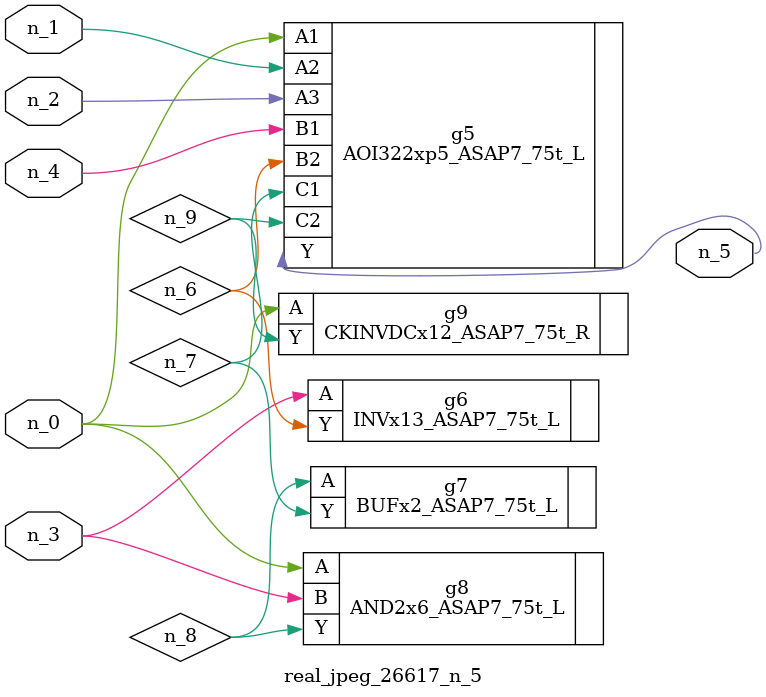
<source format=v>
module real_jpeg_26617_n_5 (n_4, n_0, n_1, n_2, n_3, n_5);

input n_4;
input n_0;
input n_1;
input n_2;
input n_3;

output n_5;

wire n_8;
wire n_6;
wire n_7;
wire n_9;

AOI322xp5_ASAP7_75t_L g5 ( 
.A1(n_0),
.A2(n_1),
.A3(n_2),
.B1(n_4),
.B2(n_6),
.C1(n_7),
.C2(n_9),
.Y(n_5)
);

AND2x6_ASAP7_75t_L g8 ( 
.A(n_0),
.B(n_3),
.Y(n_8)
);

CKINVDCx12_ASAP7_75t_R g9 ( 
.A(n_0),
.Y(n_9)
);

INVx13_ASAP7_75t_L g6 ( 
.A(n_3),
.Y(n_6)
);

BUFx2_ASAP7_75t_L g7 ( 
.A(n_8),
.Y(n_7)
);


endmodule
</source>
